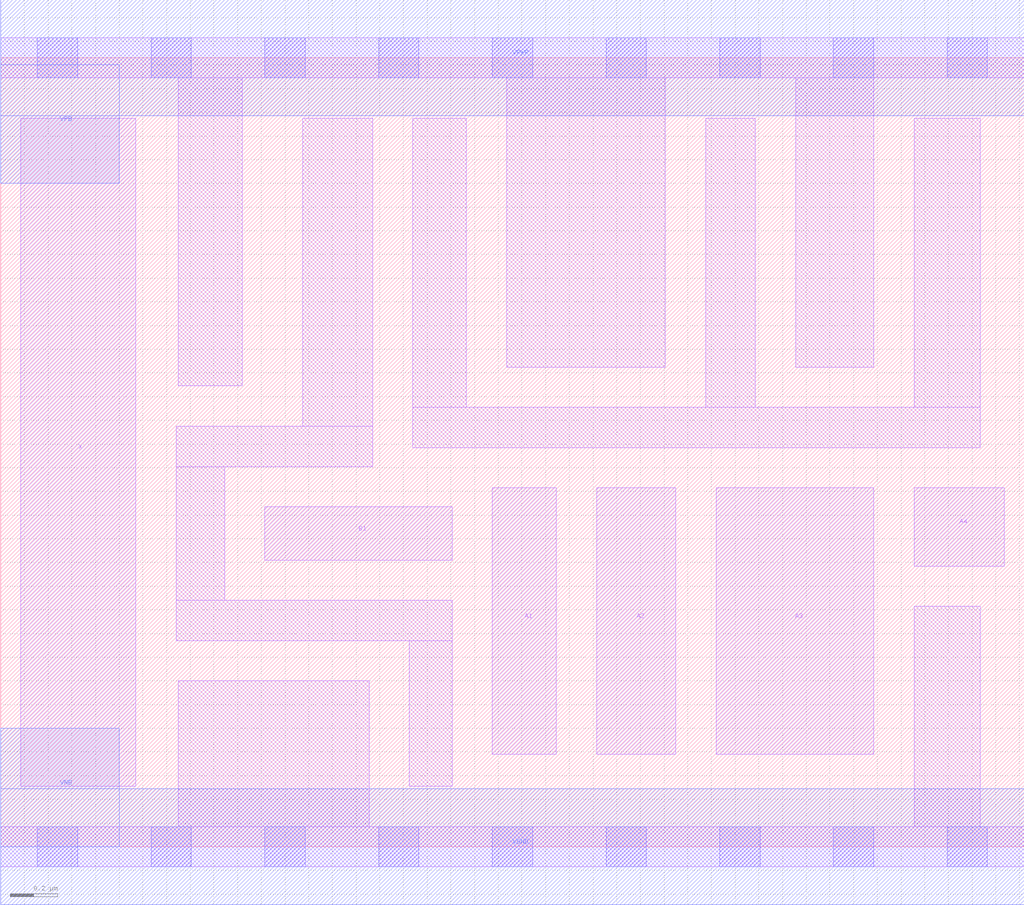
<source format=lef>
# Copyright 2020 The SkyWater PDK Authors
#
# Licensed under the Apache License, Version 2.0 (the "License");
# you may not use this file except in compliance with the License.
# You may obtain a copy of the License at
#
#     https://www.apache.org/licenses/LICENSE-2.0
#
# Unless required by applicable law or agreed to in writing, software
# distributed under the License is distributed on an "AS IS" BASIS,
# WITHOUT WARRANTIES OR CONDITIONS OF ANY KIND, either express or implied.
# See the License for the specific language governing permissions and
# limitations under the License.
#
# SPDX-License-Identifier: Apache-2.0

VERSION 5.5 ;
NAMESCASESENSITIVE ON ;
BUSBITCHARS "[]" ;
DIVIDERCHAR "/" ;
MACRO sky130_fd_sc_lp__a41o_1
  CLASS CORE ;
  SOURCE USER ;
  ORIGIN  0.000000  0.000000 ;
  SIZE  4.320000 BY  3.330000 ;
  SYMMETRY X Y R90 ;
  SITE unit ;
  PIN A1
    ANTENNAGATEAREA  0.315000 ;
    DIRECTION INPUT ;
    USE SIGNAL ;
    PORT
      LAYER li1 ;
        RECT 2.075000 0.390000 2.345000 1.515000 ;
    END
  END A1
  PIN A2
    ANTENNAGATEAREA  0.315000 ;
    DIRECTION INPUT ;
    USE SIGNAL ;
    PORT
      LAYER li1 ;
        RECT 2.515000 0.390000 2.850000 1.515000 ;
    END
  END A2
  PIN A3
    ANTENNAGATEAREA  0.315000 ;
    DIRECTION INPUT ;
    USE SIGNAL ;
    PORT
      LAYER li1 ;
        RECT 3.020000 0.390000 3.685000 1.515000 ;
    END
  END A3
  PIN A4
    ANTENNAGATEAREA  0.315000 ;
    DIRECTION INPUT ;
    USE SIGNAL ;
    PORT
      LAYER li1 ;
        RECT 3.855000 1.185000 4.235000 1.515000 ;
    END
  END A4
  PIN B1
    ANTENNAGATEAREA  0.315000 ;
    DIRECTION INPUT ;
    USE SIGNAL ;
    PORT
      LAYER li1 ;
        RECT 1.115000 1.210000 1.905000 1.435000 ;
    END
  END B1
  PIN X
    ANTENNADIFFAREA  0.556500 ;
    DIRECTION OUTPUT ;
    USE SIGNAL ;
    PORT
      LAYER li1 ;
        RECT 0.085000 0.255000 0.570000 3.075000 ;
    END
  END X
  PIN VGND
    DIRECTION INOUT ;
    USE GROUND ;
    PORT
      LAYER met1 ;
        RECT 0.000000 -0.245000 4.320000 0.245000 ;
    END
  END VGND
  PIN VNB
    DIRECTION INOUT ;
    USE GROUND ;
    PORT
    END
  END VNB
  PIN VPB
    DIRECTION INOUT ;
    USE POWER ;
    PORT
    END
  END VPB
  PIN VNB
    DIRECTION INOUT ;
    USE GROUND ;
    PORT
      LAYER met1 ;
        RECT 0.000000 0.000000 0.500000 0.500000 ;
    END
  END VNB
  PIN VPB
    DIRECTION INOUT ;
    USE POWER ;
    PORT
      LAYER met1 ;
        RECT 0.000000 2.800000 0.500000 3.300000 ;
    END
  END VPB
  PIN VPWR
    DIRECTION INOUT ;
    USE POWER ;
    PORT
      LAYER met1 ;
        RECT 0.000000 3.085000 4.320000 3.575000 ;
    END
  END VPWR
  OBS
    LAYER li1 ;
      RECT 0.000000 -0.085000 4.320000 0.085000 ;
      RECT 0.000000  3.245000 4.320000 3.415000 ;
      RECT 0.740000  0.870000 1.905000 1.040000 ;
      RECT 0.740000  1.040000 0.945000 1.605000 ;
      RECT 0.740000  1.605000 1.570000 1.775000 ;
      RECT 0.750000  0.085000 1.555000 0.700000 ;
      RECT 0.750000  1.945000 1.020000 3.245000 ;
      RECT 1.275000  1.775000 1.570000 3.075000 ;
      RECT 1.725000  0.255000 1.905000 0.870000 ;
      RECT 1.740000  1.685000 4.135000 1.855000 ;
      RECT 1.740000  1.855000 1.965000 3.075000 ;
      RECT 2.135000  2.025000 2.805000 3.245000 ;
      RECT 2.975000  1.855000 3.185000 3.075000 ;
      RECT 3.355000  2.025000 3.685000 3.245000 ;
      RECT 3.855000  0.085000 4.135000 1.015000 ;
      RECT 3.855000  1.855000 4.135000 3.075000 ;
    LAYER mcon ;
      RECT 0.155000 -0.085000 0.325000 0.085000 ;
      RECT 0.155000  3.245000 0.325000 3.415000 ;
      RECT 0.635000 -0.085000 0.805000 0.085000 ;
      RECT 0.635000  3.245000 0.805000 3.415000 ;
      RECT 1.115000 -0.085000 1.285000 0.085000 ;
      RECT 1.115000  3.245000 1.285000 3.415000 ;
      RECT 1.595000 -0.085000 1.765000 0.085000 ;
      RECT 1.595000  3.245000 1.765000 3.415000 ;
      RECT 2.075000 -0.085000 2.245000 0.085000 ;
      RECT 2.075000  3.245000 2.245000 3.415000 ;
      RECT 2.555000 -0.085000 2.725000 0.085000 ;
      RECT 2.555000  3.245000 2.725000 3.415000 ;
      RECT 3.035000 -0.085000 3.205000 0.085000 ;
      RECT 3.035000  3.245000 3.205000 3.415000 ;
      RECT 3.515000 -0.085000 3.685000 0.085000 ;
      RECT 3.515000  3.245000 3.685000 3.415000 ;
      RECT 3.995000 -0.085000 4.165000 0.085000 ;
      RECT 3.995000  3.245000 4.165000 3.415000 ;
  END
END sky130_fd_sc_lp__a41o_1
END LIBRARY

</source>
